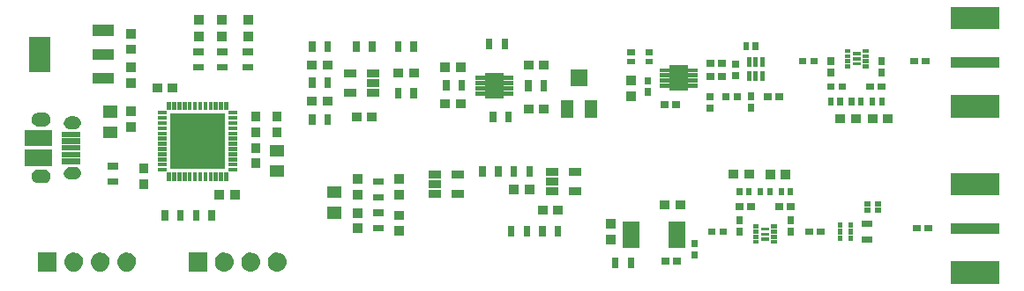
<source format=gts>
G04 #@! TF.FileFunction,Soldermask,Top*
%FSLAX46Y46*%
G04 Gerber Fmt 4.6, Leading zero omitted, Abs format (unit mm)*
G04 Created by KiCad (PCBNEW 4.0.5-e0-6337~49~ubuntu14.04.1) date Tue Feb 21 17:31:46 2017*
%MOMM*%
%LPD*%
G01*
G04 APERTURE LIST*
%ADD10C,0.100000*%
G04 APERTURE END LIST*
D10*
G36*
X211844000Y-91064000D02*
X207156000Y-91064000D01*
X207156000Y-88936000D01*
X211844000Y-88936000D01*
X211844000Y-91064000D01*
X211844000Y-91064000D01*
G37*
G36*
X123183735Y-88100238D02*
X123183748Y-88100242D01*
X123183785Y-88100246D01*
X123354189Y-88152995D01*
X123511102Y-88237838D01*
X123648548Y-88351542D01*
X123761290Y-88489778D01*
X123845035Y-88647280D01*
X123896593Y-88818048D01*
X123914000Y-88995578D01*
X123914000Y-89004422D01*
X123913911Y-89017183D01*
X123894027Y-89194453D01*
X123840090Y-89364485D01*
X123754154Y-89520802D01*
X123639492Y-89657450D01*
X123500473Y-89769225D01*
X123342390Y-89851868D01*
X123171267Y-89902233D01*
X123171233Y-89902236D01*
X123171220Y-89902240D01*
X122993621Y-89918403D01*
X122816265Y-89899762D01*
X122816252Y-89899758D01*
X122816215Y-89899754D01*
X122645811Y-89847005D01*
X122488898Y-89762162D01*
X122351452Y-89648458D01*
X122238710Y-89510222D01*
X122154965Y-89352720D01*
X122103407Y-89181952D01*
X122086000Y-89004422D01*
X122086000Y-88995578D01*
X122086089Y-88982817D01*
X122105973Y-88805547D01*
X122159910Y-88635515D01*
X122245846Y-88479198D01*
X122360508Y-88342550D01*
X122499527Y-88230775D01*
X122657610Y-88148132D01*
X122828733Y-88097767D01*
X122828767Y-88097764D01*
X122828780Y-88097760D01*
X123006379Y-88081597D01*
X123183735Y-88100238D01*
X123183735Y-88100238D01*
G37*
G36*
X125723735Y-88100238D02*
X125723748Y-88100242D01*
X125723785Y-88100246D01*
X125894189Y-88152995D01*
X126051102Y-88237838D01*
X126188548Y-88351542D01*
X126301290Y-88489778D01*
X126385035Y-88647280D01*
X126436593Y-88818048D01*
X126454000Y-88995578D01*
X126454000Y-89004422D01*
X126453911Y-89017183D01*
X126434027Y-89194453D01*
X126380090Y-89364485D01*
X126294154Y-89520802D01*
X126179492Y-89657450D01*
X126040473Y-89769225D01*
X125882390Y-89851868D01*
X125711267Y-89902233D01*
X125711233Y-89902236D01*
X125711220Y-89902240D01*
X125533621Y-89918403D01*
X125356265Y-89899762D01*
X125356252Y-89899758D01*
X125356215Y-89899754D01*
X125185811Y-89847005D01*
X125028898Y-89762162D01*
X124891452Y-89648458D01*
X124778710Y-89510222D01*
X124694965Y-89352720D01*
X124643407Y-89181952D01*
X124626000Y-89004422D01*
X124626000Y-88995578D01*
X124626089Y-88982817D01*
X124645973Y-88805547D01*
X124699910Y-88635515D01*
X124785846Y-88479198D01*
X124900508Y-88342550D01*
X125039527Y-88230775D01*
X125197610Y-88148132D01*
X125368733Y-88097767D01*
X125368767Y-88097764D01*
X125368780Y-88097760D01*
X125546379Y-88081597D01*
X125723735Y-88100238D01*
X125723735Y-88100238D01*
G37*
G36*
X137643735Y-88100238D02*
X137643748Y-88100242D01*
X137643785Y-88100246D01*
X137814189Y-88152995D01*
X137971102Y-88237838D01*
X138108548Y-88351542D01*
X138221290Y-88489778D01*
X138305035Y-88647280D01*
X138356593Y-88818048D01*
X138374000Y-88995578D01*
X138374000Y-89004422D01*
X138373911Y-89017183D01*
X138354027Y-89194453D01*
X138300090Y-89364485D01*
X138214154Y-89520802D01*
X138099492Y-89657450D01*
X137960473Y-89769225D01*
X137802390Y-89851868D01*
X137631267Y-89902233D01*
X137631233Y-89902236D01*
X137631220Y-89902240D01*
X137453621Y-89918403D01*
X137276265Y-89899762D01*
X137276252Y-89899758D01*
X137276215Y-89899754D01*
X137105811Y-89847005D01*
X136948898Y-89762162D01*
X136811452Y-89648458D01*
X136698710Y-89510222D01*
X136614965Y-89352720D01*
X136563407Y-89181952D01*
X136546000Y-89004422D01*
X136546000Y-88995578D01*
X136546089Y-88982817D01*
X136565973Y-88805547D01*
X136619910Y-88635515D01*
X136705846Y-88479198D01*
X136820508Y-88342550D01*
X136959527Y-88230775D01*
X137117610Y-88148132D01*
X137288733Y-88097767D01*
X137288767Y-88097764D01*
X137288780Y-88097760D01*
X137466379Y-88081597D01*
X137643735Y-88100238D01*
X137643735Y-88100238D01*
G37*
G36*
X140183735Y-88100238D02*
X140183748Y-88100242D01*
X140183785Y-88100246D01*
X140354189Y-88152995D01*
X140511102Y-88237838D01*
X140648548Y-88351542D01*
X140761290Y-88489778D01*
X140845035Y-88647280D01*
X140896593Y-88818048D01*
X140914000Y-88995578D01*
X140914000Y-89004422D01*
X140913911Y-89017183D01*
X140894027Y-89194453D01*
X140840090Y-89364485D01*
X140754154Y-89520802D01*
X140639492Y-89657450D01*
X140500473Y-89769225D01*
X140342390Y-89851868D01*
X140171267Y-89902233D01*
X140171233Y-89902236D01*
X140171220Y-89902240D01*
X139993621Y-89918403D01*
X139816265Y-89899762D01*
X139816252Y-89899758D01*
X139816215Y-89899754D01*
X139645811Y-89847005D01*
X139488898Y-89762162D01*
X139351452Y-89648458D01*
X139238710Y-89510222D01*
X139154965Y-89352720D01*
X139103407Y-89181952D01*
X139086000Y-89004422D01*
X139086000Y-88995578D01*
X139086089Y-88982817D01*
X139105973Y-88805547D01*
X139159910Y-88635515D01*
X139245846Y-88479198D01*
X139360508Y-88342550D01*
X139499527Y-88230775D01*
X139657610Y-88148132D01*
X139828733Y-88097767D01*
X139828767Y-88097764D01*
X139828780Y-88097760D01*
X140006379Y-88081597D01*
X140183735Y-88100238D01*
X140183735Y-88100238D01*
G37*
G36*
X128263735Y-88100238D02*
X128263748Y-88100242D01*
X128263785Y-88100246D01*
X128434189Y-88152995D01*
X128591102Y-88237838D01*
X128728548Y-88351542D01*
X128841290Y-88489778D01*
X128925035Y-88647280D01*
X128976593Y-88818048D01*
X128994000Y-88995578D01*
X128994000Y-89004422D01*
X128993911Y-89017183D01*
X128974027Y-89194453D01*
X128920090Y-89364485D01*
X128834154Y-89520802D01*
X128719492Y-89657450D01*
X128580473Y-89769225D01*
X128422390Y-89851868D01*
X128251267Y-89902233D01*
X128251233Y-89902236D01*
X128251220Y-89902240D01*
X128073621Y-89918403D01*
X127896265Y-89899762D01*
X127896252Y-89899758D01*
X127896215Y-89899754D01*
X127725811Y-89847005D01*
X127568898Y-89762162D01*
X127431452Y-89648458D01*
X127318710Y-89510222D01*
X127234965Y-89352720D01*
X127183407Y-89181952D01*
X127166000Y-89004422D01*
X127166000Y-88995578D01*
X127166089Y-88982817D01*
X127185973Y-88805547D01*
X127239910Y-88635515D01*
X127325846Y-88479198D01*
X127440508Y-88342550D01*
X127579527Y-88230775D01*
X127737610Y-88148132D01*
X127908733Y-88097767D01*
X127908767Y-88097764D01*
X127908780Y-88097760D01*
X128086379Y-88081597D01*
X128263735Y-88100238D01*
X128263735Y-88100238D01*
G37*
G36*
X142723735Y-88100238D02*
X142723748Y-88100242D01*
X142723785Y-88100246D01*
X142894189Y-88152995D01*
X143051102Y-88237838D01*
X143188548Y-88351542D01*
X143301290Y-88489778D01*
X143385035Y-88647280D01*
X143436593Y-88818048D01*
X143454000Y-88995578D01*
X143454000Y-89004422D01*
X143453911Y-89017183D01*
X143434027Y-89194453D01*
X143380090Y-89364485D01*
X143294154Y-89520802D01*
X143179492Y-89657450D01*
X143040473Y-89769225D01*
X142882390Y-89851868D01*
X142711267Y-89902233D01*
X142711233Y-89902236D01*
X142711220Y-89902240D01*
X142533621Y-89918403D01*
X142356265Y-89899762D01*
X142356252Y-89899758D01*
X142356215Y-89899754D01*
X142185811Y-89847005D01*
X142028898Y-89762162D01*
X141891452Y-89648458D01*
X141778710Y-89510222D01*
X141694965Y-89352720D01*
X141643407Y-89181952D01*
X141626000Y-89004422D01*
X141626000Y-88995578D01*
X141626089Y-88982817D01*
X141645973Y-88805547D01*
X141699910Y-88635515D01*
X141785846Y-88479198D01*
X141900508Y-88342550D01*
X142039527Y-88230775D01*
X142197610Y-88148132D01*
X142368733Y-88097767D01*
X142368767Y-88097764D01*
X142368780Y-88097760D01*
X142546379Y-88081597D01*
X142723735Y-88100238D01*
X142723735Y-88100238D01*
G37*
G36*
X121374000Y-89914000D02*
X119546000Y-89914000D01*
X119546000Y-88086000D01*
X121374000Y-88086000D01*
X121374000Y-89914000D01*
X121374000Y-89914000D01*
G37*
G36*
X135834000Y-89914000D02*
X134006000Y-89914000D01*
X134006000Y-88086000D01*
X135834000Y-88086000D01*
X135834000Y-89914000D01*
X135834000Y-89914000D01*
G37*
G36*
X176814000Y-89614000D02*
X176186000Y-89614000D01*
X176186000Y-88586000D01*
X176814000Y-88586000D01*
X176814000Y-89614000D01*
X176814000Y-89614000D01*
G37*
G36*
X175314000Y-89614000D02*
X174686000Y-89614000D01*
X174686000Y-88586000D01*
X175314000Y-88586000D01*
X175314000Y-89614000D01*
X175314000Y-89614000D01*
G37*
G36*
X181264000Y-89224000D02*
X180536000Y-89224000D01*
X180536000Y-88596000D01*
X181264000Y-88596000D01*
X181264000Y-89224000D01*
X181264000Y-89224000D01*
G37*
G36*
X180164000Y-89224000D02*
X179436000Y-89224000D01*
X179436000Y-88596000D01*
X180164000Y-88596000D01*
X180164000Y-89224000D01*
X180164000Y-89224000D01*
G37*
G36*
X182934000Y-88664000D02*
X182306000Y-88664000D01*
X182306000Y-87936000D01*
X182934000Y-87936000D01*
X182934000Y-88664000D01*
X182934000Y-88664000D01*
G37*
G36*
X181689000Y-87639000D02*
X180111000Y-87639000D01*
X180111000Y-85111000D01*
X181689000Y-85111000D01*
X181689000Y-87639000D01*
X181689000Y-87639000D01*
G37*
G36*
X177289000Y-87639000D02*
X175711000Y-87639000D01*
X175711000Y-85111000D01*
X177289000Y-85111000D01*
X177289000Y-87639000D01*
X177289000Y-87639000D01*
G37*
G36*
X182934000Y-87564000D02*
X182306000Y-87564000D01*
X182306000Y-86836000D01*
X182934000Y-86836000D01*
X182934000Y-87564000D01*
X182934000Y-87564000D01*
G37*
G36*
X175009000Y-87264000D02*
X174131000Y-87264000D01*
X174131000Y-86336000D01*
X175009000Y-86336000D01*
X175009000Y-87264000D01*
X175009000Y-87264000D01*
G37*
G36*
X188774000Y-87249000D02*
X188196000Y-87249000D01*
X188196000Y-86871000D01*
X188774000Y-86871000D01*
X188774000Y-87249000D01*
X188774000Y-87249000D01*
G37*
G36*
X190524000Y-87249000D02*
X189946000Y-87249000D01*
X189946000Y-86871000D01*
X190524000Y-86871000D01*
X190524000Y-87249000D01*
X190524000Y-87249000D01*
G37*
G36*
X199674000Y-87144000D02*
X198646000Y-87144000D01*
X198646000Y-86516000D01*
X199674000Y-86516000D01*
X199674000Y-87144000D01*
X199674000Y-87144000D01*
G37*
G36*
X196799000Y-86999000D02*
X196341000Y-86999000D01*
X196341000Y-86461000D01*
X196799000Y-86461000D01*
X196799000Y-86999000D01*
X196799000Y-86999000D01*
G37*
G36*
X197799000Y-86999000D02*
X197341000Y-86999000D01*
X197341000Y-86461000D01*
X197799000Y-86461000D01*
X197799000Y-86999000D01*
X197799000Y-86999000D01*
G37*
G36*
X189760100Y-86960100D02*
X188959900Y-86960100D01*
X188959900Y-86659900D01*
X189760100Y-86659900D01*
X189760100Y-86960100D01*
X189760100Y-86960100D01*
G37*
G36*
X190524000Y-86749000D02*
X189946000Y-86749000D01*
X189946000Y-86371000D01*
X190524000Y-86371000D01*
X190524000Y-86749000D01*
X190524000Y-86749000D01*
G37*
G36*
X188774000Y-86749000D02*
X188196000Y-86749000D01*
X188196000Y-86371000D01*
X188774000Y-86371000D01*
X188774000Y-86749000D01*
X188774000Y-86749000D01*
G37*
G36*
X165314000Y-86514000D02*
X164686000Y-86514000D01*
X164686000Y-85486000D01*
X165314000Y-85486000D01*
X165314000Y-86514000D01*
X165314000Y-86514000D01*
G37*
G36*
X168314000Y-86514000D02*
X167686000Y-86514000D01*
X167686000Y-85486000D01*
X168314000Y-85486000D01*
X168314000Y-86514000D01*
X168314000Y-86514000D01*
G37*
G36*
X169814000Y-86514000D02*
X169186000Y-86514000D01*
X169186000Y-85486000D01*
X169814000Y-85486000D01*
X169814000Y-86514000D01*
X169814000Y-86514000D01*
G37*
G36*
X166814000Y-86514000D02*
X166186000Y-86514000D01*
X166186000Y-85486000D01*
X166814000Y-85486000D01*
X166814000Y-86514000D01*
X166814000Y-86514000D01*
G37*
G36*
X154689000Y-86464000D02*
X153811000Y-86464000D01*
X153811000Y-85536000D01*
X154689000Y-85536000D01*
X154689000Y-86464000D01*
X154689000Y-86464000D01*
G37*
G36*
X189760100Y-86460100D02*
X188959900Y-86460100D01*
X188959900Y-86159900D01*
X189760100Y-86159900D01*
X189760100Y-86460100D01*
X189760100Y-86460100D01*
G37*
G36*
X187224000Y-86424000D02*
X186596000Y-86424000D01*
X186596000Y-85696000D01*
X187224000Y-85696000D01*
X187224000Y-86424000D01*
X187224000Y-86424000D01*
G37*
G36*
X192124000Y-86424000D02*
X191496000Y-86424000D01*
X191496000Y-85696000D01*
X192124000Y-85696000D01*
X192124000Y-86424000D01*
X192124000Y-86424000D01*
G37*
G36*
X185724000Y-86374000D02*
X184996000Y-86374000D01*
X184996000Y-85746000D01*
X185724000Y-85746000D01*
X185724000Y-86374000D01*
X185724000Y-86374000D01*
G37*
G36*
X195074000Y-86374000D02*
X194346000Y-86374000D01*
X194346000Y-85746000D01*
X195074000Y-85746000D01*
X195074000Y-86374000D01*
X195074000Y-86374000D01*
G37*
G36*
X184624000Y-86374000D02*
X183896000Y-86374000D01*
X183896000Y-85746000D01*
X184624000Y-85746000D01*
X184624000Y-86374000D01*
X184624000Y-86374000D01*
G37*
G36*
X193974000Y-86374000D02*
X193246000Y-86374000D01*
X193246000Y-85746000D01*
X193974000Y-85746000D01*
X193974000Y-86374000D01*
X193974000Y-86374000D01*
G37*
G36*
X197799000Y-86339000D02*
X197341000Y-86339000D01*
X197341000Y-85801000D01*
X197799000Y-85801000D01*
X197799000Y-86339000D01*
X197799000Y-86339000D01*
G37*
G36*
X196799000Y-86339000D02*
X196341000Y-86339000D01*
X196341000Y-85801000D01*
X196799000Y-85801000D01*
X196799000Y-86339000D01*
X196799000Y-86339000D01*
G37*
G36*
X190524000Y-86249000D02*
X189946000Y-86249000D01*
X189946000Y-85871000D01*
X190524000Y-85871000D01*
X190524000Y-86249000D01*
X190524000Y-86249000D01*
G37*
G36*
X188774000Y-86249000D02*
X188196000Y-86249000D01*
X188196000Y-85871000D01*
X188774000Y-85871000D01*
X188774000Y-86249000D01*
X188774000Y-86249000D01*
G37*
G36*
X211844000Y-86239000D02*
X207156000Y-86239000D01*
X207156000Y-85261000D01*
X211844000Y-85261000D01*
X211844000Y-86239000D01*
X211844000Y-86239000D01*
G37*
G36*
X150689000Y-86214000D02*
X149811000Y-86214000D01*
X149811000Y-85286000D01*
X150689000Y-85286000D01*
X150689000Y-86214000D01*
X150689000Y-86214000D01*
G37*
G36*
X205414000Y-86064000D02*
X204686000Y-86064000D01*
X204686000Y-85436000D01*
X205414000Y-85436000D01*
X205414000Y-86064000D01*
X205414000Y-86064000D01*
G37*
G36*
X204314000Y-86064000D02*
X203586000Y-86064000D01*
X203586000Y-85436000D01*
X204314000Y-85436000D01*
X204314000Y-86064000D01*
X204314000Y-86064000D01*
G37*
G36*
X152764000Y-86064000D02*
X151736000Y-86064000D01*
X151736000Y-85436000D01*
X152764000Y-85436000D01*
X152764000Y-86064000D01*
X152764000Y-86064000D01*
G37*
G36*
X189760100Y-85960100D02*
X188959900Y-85960100D01*
X188959900Y-85659900D01*
X189760100Y-85659900D01*
X189760100Y-85960100D01*
X189760100Y-85960100D01*
G37*
G36*
X175009000Y-85764000D02*
X174131000Y-85764000D01*
X174131000Y-84836000D01*
X175009000Y-84836000D01*
X175009000Y-85764000D01*
X175009000Y-85764000D01*
G37*
G36*
X190524000Y-85749000D02*
X189946000Y-85749000D01*
X189946000Y-85371000D01*
X190524000Y-85371000D01*
X190524000Y-85749000D01*
X190524000Y-85749000D01*
G37*
G36*
X188774000Y-85749000D02*
X188196000Y-85749000D01*
X188196000Y-85371000D01*
X188774000Y-85371000D01*
X188774000Y-85749000D01*
X188774000Y-85749000D01*
G37*
G36*
X196799000Y-85679000D02*
X196341000Y-85679000D01*
X196341000Y-85141000D01*
X196799000Y-85141000D01*
X196799000Y-85679000D01*
X196799000Y-85679000D01*
G37*
G36*
X197799000Y-85679000D02*
X197341000Y-85679000D01*
X197341000Y-85141000D01*
X197799000Y-85141000D01*
X197799000Y-85679000D01*
X197799000Y-85679000D01*
G37*
G36*
X199674000Y-85644000D02*
X198646000Y-85644000D01*
X198646000Y-85016000D01*
X199674000Y-85016000D01*
X199674000Y-85644000D01*
X199674000Y-85644000D01*
G37*
G36*
X187224000Y-85324000D02*
X186596000Y-85324000D01*
X186596000Y-84596000D01*
X187224000Y-84596000D01*
X187224000Y-85324000D01*
X187224000Y-85324000D01*
G37*
G36*
X192124000Y-85324000D02*
X191496000Y-85324000D01*
X191496000Y-84596000D01*
X192124000Y-84596000D01*
X192124000Y-85324000D01*
X192124000Y-85324000D01*
G37*
G36*
X133564000Y-85014000D02*
X132936000Y-85014000D01*
X132936000Y-83986000D01*
X133564000Y-83986000D01*
X133564000Y-85014000D01*
X133564000Y-85014000D01*
G37*
G36*
X135064000Y-85014000D02*
X134436000Y-85014000D01*
X134436000Y-83986000D01*
X135064000Y-83986000D01*
X135064000Y-85014000D01*
X135064000Y-85014000D01*
G37*
G36*
X136564000Y-85014000D02*
X135936000Y-85014000D01*
X135936000Y-83986000D01*
X136564000Y-83986000D01*
X136564000Y-85014000D01*
X136564000Y-85014000D01*
G37*
G36*
X132064000Y-85014000D02*
X131436000Y-85014000D01*
X131436000Y-83986000D01*
X132064000Y-83986000D01*
X132064000Y-85014000D01*
X132064000Y-85014000D01*
G37*
G36*
X154689000Y-84964000D02*
X153811000Y-84964000D01*
X153811000Y-84036000D01*
X154689000Y-84036000D01*
X154689000Y-84964000D01*
X154689000Y-84964000D01*
G37*
G36*
X148689000Y-84814000D02*
X147311000Y-84814000D01*
X147311000Y-83686000D01*
X148689000Y-83686000D01*
X148689000Y-84814000D01*
X148689000Y-84814000D01*
G37*
G36*
X150689000Y-84714000D02*
X149811000Y-84714000D01*
X149811000Y-83786000D01*
X150689000Y-83786000D01*
X150689000Y-84714000D01*
X150689000Y-84714000D01*
G37*
G36*
X152764000Y-84564000D02*
X151736000Y-84564000D01*
X151736000Y-83936000D01*
X152764000Y-83936000D01*
X152764000Y-84564000D01*
X152764000Y-84564000D01*
G37*
G36*
X168464000Y-84439000D02*
X167536000Y-84439000D01*
X167536000Y-83561000D01*
X168464000Y-83561000D01*
X168464000Y-84439000D01*
X168464000Y-84439000D01*
G37*
G36*
X169964000Y-84439000D02*
X169036000Y-84439000D01*
X169036000Y-83561000D01*
X169964000Y-83561000D01*
X169964000Y-84439000D01*
X169964000Y-84439000D01*
G37*
G36*
X199514000Y-84289000D02*
X198886000Y-84289000D01*
X198886000Y-83761000D01*
X199514000Y-83761000D01*
X199514000Y-84289000D01*
X199514000Y-84289000D01*
G37*
G36*
X200514000Y-84289000D02*
X199886000Y-84289000D01*
X199886000Y-83761000D01*
X200514000Y-83761000D01*
X200514000Y-84289000D01*
X200514000Y-84289000D01*
G37*
G36*
X188374000Y-83974000D02*
X187646000Y-83974000D01*
X187646000Y-83346000D01*
X188374000Y-83346000D01*
X188374000Y-83974000D01*
X188374000Y-83974000D01*
G37*
G36*
X187274000Y-83974000D02*
X186546000Y-83974000D01*
X186546000Y-83346000D01*
X187274000Y-83346000D01*
X187274000Y-83974000D01*
X187274000Y-83974000D01*
G37*
G36*
X192174000Y-83974000D02*
X191446000Y-83974000D01*
X191446000Y-83346000D01*
X192174000Y-83346000D01*
X192174000Y-83974000D01*
X192174000Y-83974000D01*
G37*
G36*
X191074000Y-83974000D02*
X190346000Y-83974000D01*
X190346000Y-83346000D01*
X191074000Y-83346000D01*
X191074000Y-83974000D01*
X191074000Y-83974000D01*
G37*
G36*
X181714000Y-83939000D02*
X180786000Y-83939000D01*
X180786000Y-83061000D01*
X181714000Y-83061000D01*
X181714000Y-83939000D01*
X181714000Y-83939000D01*
G37*
G36*
X180214000Y-83939000D02*
X179286000Y-83939000D01*
X179286000Y-83061000D01*
X180214000Y-83061000D01*
X180214000Y-83939000D01*
X180214000Y-83939000D01*
G37*
G36*
X200514000Y-83639000D02*
X199886000Y-83639000D01*
X199886000Y-83111000D01*
X200514000Y-83111000D01*
X200514000Y-83639000D01*
X200514000Y-83639000D01*
G37*
G36*
X199514000Y-83639000D02*
X198886000Y-83639000D01*
X198886000Y-83111000D01*
X199514000Y-83111000D01*
X199514000Y-83639000D01*
X199514000Y-83639000D01*
G37*
G36*
X152764000Y-83064000D02*
X151736000Y-83064000D01*
X151736000Y-82436000D01*
X152764000Y-82436000D01*
X152764000Y-83064000D01*
X152764000Y-83064000D01*
G37*
G36*
X150689000Y-82964000D02*
X149811000Y-82964000D01*
X149811000Y-82036000D01*
X150689000Y-82036000D01*
X150689000Y-82964000D01*
X150689000Y-82964000D01*
G37*
G36*
X154689000Y-82964000D02*
X153811000Y-82964000D01*
X153811000Y-82036000D01*
X154689000Y-82036000D01*
X154689000Y-82964000D01*
X154689000Y-82964000D01*
G37*
G36*
X138964000Y-82939000D02*
X138036000Y-82939000D01*
X138036000Y-82061000D01*
X138964000Y-82061000D01*
X138964000Y-82939000D01*
X138964000Y-82939000D01*
G37*
G36*
X137464000Y-82939000D02*
X136536000Y-82939000D01*
X136536000Y-82061000D01*
X137464000Y-82061000D01*
X137464000Y-82939000D01*
X137464000Y-82939000D01*
G37*
G36*
X160444000Y-82839000D02*
X159256000Y-82839000D01*
X159256000Y-82061000D01*
X160444000Y-82061000D01*
X160444000Y-82839000D01*
X160444000Y-82839000D01*
G37*
G36*
X158244000Y-82839000D02*
X157056000Y-82839000D01*
X157056000Y-82061000D01*
X158244000Y-82061000D01*
X158244000Y-82839000D01*
X158244000Y-82839000D01*
G37*
G36*
X148689000Y-82814000D02*
X147311000Y-82814000D01*
X147311000Y-81686000D01*
X148689000Y-81686000D01*
X148689000Y-82814000D01*
X148689000Y-82814000D01*
G37*
G36*
X169494000Y-82589000D02*
X168306000Y-82589000D01*
X168306000Y-81811000D01*
X169494000Y-81811000D01*
X169494000Y-82589000D01*
X169494000Y-82589000D01*
G37*
G36*
X171694000Y-82589000D02*
X170506000Y-82589000D01*
X170506000Y-81811000D01*
X171694000Y-81811000D01*
X171694000Y-82589000D01*
X171694000Y-82589000D01*
G37*
G36*
X191174000Y-82574000D02*
X190646000Y-82574000D01*
X190646000Y-81846000D01*
X191174000Y-81846000D01*
X191174000Y-82574000D01*
X191174000Y-82574000D01*
G37*
G36*
X187174000Y-82574000D02*
X186646000Y-82574000D01*
X186646000Y-81846000D01*
X187174000Y-81846000D01*
X187174000Y-82574000D01*
X187174000Y-82574000D01*
G37*
G36*
X188074000Y-82574000D02*
X187546000Y-82574000D01*
X187546000Y-81846000D01*
X188074000Y-81846000D01*
X188074000Y-82574000D01*
X188074000Y-82574000D01*
G37*
G36*
X189174000Y-82574000D02*
X188646000Y-82574000D01*
X188646000Y-81846000D01*
X189174000Y-81846000D01*
X189174000Y-82574000D01*
X189174000Y-82574000D01*
G37*
G36*
X190074000Y-82574000D02*
X189546000Y-82574000D01*
X189546000Y-81846000D01*
X190074000Y-81846000D01*
X190074000Y-82574000D01*
X190074000Y-82574000D01*
G37*
G36*
X192074000Y-82574000D02*
X191546000Y-82574000D01*
X191546000Y-81846000D01*
X192074000Y-81846000D01*
X192074000Y-82574000D01*
X192074000Y-82574000D01*
G37*
G36*
X211844000Y-82564000D02*
X207156000Y-82564000D01*
X207156000Y-80436000D01*
X211844000Y-80436000D01*
X211844000Y-82564000D01*
X211844000Y-82564000D01*
G37*
G36*
X165714000Y-82439000D02*
X164786000Y-82439000D01*
X164786000Y-81561000D01*
X165714000Y-81561000D01*
X165714000Y-82439000D01*
X165714000Y-82439000D01*
G37*
G36*
X167214000Y-82439000D02*
X166286000Y-82439000D01*
X166286000Y-81561000D01*
X167214000Y-81561000D01*
X167214000Y-82439000D01*
X167214000Y-82439000D01*
G37*
G36*
X130189000Y-81964000D02*
X129311000Y-81964000D01*
X129311000Y-81036000D01*
X130189000Y-81036000D01*
X130189000Y-81964000D01*
X130189000Y-81964000D01*
G37*
G36*
X158244000Y-81889000D02*
X157056000Y-81889000D01*
X157056000Y-81111000D01*
X158244000Y-81111000D01*
X158244000Y-81889000D01*
X158244000Y-81889000D01*
G37*
G36*
X169494000Y-81639000D02*
X168306000Y-81639000D01*
X168306000Y-80861000D01*
X169494000Y-80861000D01*
X169494000Y-81639000D01*
X169494000Y-81639000D01*
G37*
G36*
X127264000Y-81564000D02*
X126236000Y-81564000D01*
X126236000Y-80936000D01*
X127264000Y-80936000D01*
X127264000Y-81564000D01*
X127264000Y-81564000D01*
G37*
G36*
X152764000Y-81564000D02*
X151736000Y-81564000D01*
X151736000Y-80936000D01*
X152764000Y-80936000D01*
X152764000Y-81564000D01*
X152764000Y-81564000D01*
G37*
G36*
X154689000Y-81464000D02*
X153811000Y-81464000D01*
X153811000Y-80536000D01*
X154689000Y-80536000D01*
X154689000Y-81464000D01*
X154689000Y-81464000D01*
G37*
G36*
X150689000Y-81464000D02*
X149811000Y-81464000D01*
X149811000Y-80536000D01*
X150689000Y-80536000D01*
X150689000Y-81464000D01*
X150689000Y-81464000D01*
G37*
G36*
X120128412Y-80066028D02*
X120133693Y-80066065D01*
X120262475Y-80080510D01*
X120385999Y-80119694D01*
X120499560Y-80182125D01*
X120598832Y-80265424D01*
X120680034Y-80366418D01*
X120740072Y-80481261D01*
X120776661Y-80605579D01*
X120776664Y-80605613D01*
X120776668Y-80605626D01*
X120788409Y-80734634D01*
X120774868Y-80863466D01*
X120774864Y-80863479D01*
X120774860Y-80863516D01*
X120736539Y-80987310D01*
X120674903Y-81101304D01*
X120592299Y-81201155D01*
X120491874Y-81283060D01*
X120377453Y-81343899D01*
X120253394Y-81381354D01*
X120124422Y-81394000D01*
X119615545Y-81394000D01*
X119611588Y-81393972D01*
X119606307Y-81393935D01*
X119477525Y-81379490D01*
X119354001Y-81340306D01*
X119240440Y-81277875D01*
X119141168Y-81194576D01*
X119059966Y-81093582D01*
X118999928Y-80978739D01*
X118963339Y-80854421D01*
X118963336Y-80854387D01*
X118963332Y-80854374D01*
X118951591Y-80725366D01*
X118965132Y-80596534D01*
X118965136Y-80596521D01*
X118965140Y-80596484D01*
X119003461Y-80472690D01*
X119065097Y-80358696D01*
X119147701Y-80258845D01*
X119248126Y-80176940D01*
X119362547Y-80116101D01*
X119486606Y-80078646D01*
X119615578Y-80066000D01*
X120124455Y-80066000D01*
X120128412Y-80066028D01*
X120128412Y-80066028D01*
G37*
G36*
X132832750Y-81170250D02*
X132454750Y-81170250D01*
X132454750Y-80342250D01*
X132832750Y-80342250D01*
X132832750Y-81170250D01*
X132832750Y-81170250D01*
G37*
G36*
X136332750Y-81170250D02*
X135954750Y-81170250D01*
X135954750Y-80342250D01*
X136332750Y-80342250D01*
X136332750Y-81170250D01*
X136332750Y-81170250D01*
G37*
G36*
X133332750Y-81170250D02*
X132954750Y-81170250D01*
X132954750Y-80342250D01*
X133332750Y-80342250D01*
X133332750Y-81170250D01*
X133332750Y-81170250D01*
G37*
G36*
X133832750Y-81170250D02*
X133454750Y-81170250D01*
X133454750Y-80342250D01*
X133832750Y-80342250D01*
X133832750Y-81170250D01*
X133832750Y-81170250D01*
G37*
G36*
X134332750Y-81170250D02*
X133954750Y-81170250D01*
X133954750Y-80342250D01*
X134332750Y-80342250D01*
X134332750Y-81170250D01*
X134332750Y-81170250D01*
G37*
G36*
X134832750Y-81170250D02*
X134454750Y-81170250D01*
X134454750Y-80342250D01*
X134832750Y-80342250D01*
X134832750Y-81170250D01*
X134832750Y-81170250D01*
G37*
G36*
X135332750Y-81170250D02*
X134954750Y-81170250D01*
X134954750Y-80342250D01*
X135332750Y-80342250D01*
X135332750Y-81170250D01*
X135332750Y-81170250D01*
G37*
G36*
X135832750Y-81170250D02*
X135454750Y-81170250D01*
X135454750Y-80342250D01*
X135832750Y-80342250D01*
X135832750Y-81170250D01*
X135832750Y-81170250D01*
G37*
G36*
X136832750Y-81170250D02*
X136454750Y-81170250D01*
X136454750Y-80342250D01*
X136832750Y-80342250D01*
X136832750Y-81170250D01*
X136832750Y-81170250D01*
G37*
G36*
X137332750Y-81170250D02*
X136954750Y-81170250D01*
X136954750Y-80342250D01*
X137332750Y-80342250D01*
X137332750Y-81170250D01*
X137332750Y-81170250D01*
G37*
G36*
X137832750Y-80345250D02*
X137832750Y-81170250D01*
X137454750Y-81170250D01*
X137454750Y-80342250D01*
X137829750Y-80342250D01*
X137833026Y-80341784D01*
X137832750Y-80345250D01*
X137832750Y-80345250D01*
G37*
G36*
X131957750Y-80342250D02*
X132332750Y-80342250D01*
X132332750Y-81170250D01*
X131954750Y-81170250D01*
X131954750Y-80345250D01*
X131954284Y-80341974D01*
X131957750Y-80342250D01*
X131957750Y-80342250D01*
G37*
G36*
X123077816Y-79806027D02*
X123082512Y-79806060D01*
X123201597Y-79819417D01*
X123315819Y-79855651D01*
X123420829Y-79913380D01*
X123512625Y-79990407D01*
X123587712Y-80083796D01*
X123643230Y-80189992D01*
X123677063Y-80304948D01*
X123677066Y-80304977D01*
X123677071Y-80304995D01*
X123687927Y-80424285D01*
X123675406Y-80543412D01*
X123675402Y-80543425D01*
X123675398Y-80543462D01*
X123639963Y-80657935D01*
X123582968Y-80763344D01*
X123506584Y-80855676D01*
X123413721Y-80931414D01*
X123307916Y-80987671D01*
X123193199Y-81022306D01*
X123073939Y-81034000D01*
X122666027Y-81034000D01*
X122662184Y-81033973D01*
X122657488Y-81033940D01*
X122538403Y-81020583D01*
X122424181Y-80984349D01*
X122319171Y-80926620D01*
X122227375Y-80849593D01*
X122152288Y-80756204D01*
X122096770Y-80650008D01*
X122062937Y-80535052D01*
X122062934Y-80535023D01*
X122062929Y-80535005D01*
X122052073Y-80415715D01*
X122064594Y-80296588D01*
X122064598Y-80296575D01*
X122064602Y-80296538D01*
X122100037Y-80182065D01*
X122157032Y-80076656D01*
X122233416Y-79984324D01*
X122326279Y-79908586D01*
X122432084Y-79852329D01*
X122546801Y-79817694D01*
X122666061Y-79806000D01*
X123073973Y-79806000D01*
X123077816Y-79806027D01*
X123077816Y-79806027D01*
G37*
G36*
X190314000Y-80989000D02*
X189386000Y-80989000D01*
X189386000Y-80111000D01*
X190314000Y-80111000D01*
X190314000Y-80989000D01*
X190314000Y-80989000D01*
G37*
G36*
X191814000Y-80989000D02*
X190886000Y-80989000D01*
X190886000Y-80111000D01*
X191814000Y-80111000D01*
X191814000Y-80989000D01*
X191814000Y-80989000D01*
G37*
G36*
X186774000Y-80949000D02*
X185846000Y-80949000D01*
X185846000Y-80071000D01*
X186774000Y-80071000D01*
X186774000Y-80949000D01*
X186774000Y-80949000D01*
G37*
G36*
X188274000Y-80949000D02*
X187346000Y-80949000D01*
X187346000Y-80071000D01*
X188274000Y-80071000D01*
X188274000Y-80949000D01*
X188274000Y-80949000D01*
G37*
G36*
X158244000Y-80939000D02*
X157056000Y-80939000D01*
X157056000Y-80161000D01*
X158244000Y-80161000D01*
X158244000Y-80939000D01*
X158244000Y-80939000D01*
G37*
G36*
X160444000Y-80939000D02*
X159256000Y-80939000D01*
X159256000Y-80161000D01*
X160444000Y-80161000D01*
X160444000Y-80939000D01*
X160444000Y-80939000D01*
G37*
G36*
X143189000Y-80814000D02*
X141811000Y-80814000D01*
X141811000Y-79686000D01*
X143189000Y-79686000D01*
X143189000Y-80814000D01*
X143189000Y-80814000D01*
G37*
G36*
X167064000Y-80764000D02*
X166436000Y-80764000D01*
X166436000Y-79736000D01*
X167064000Y-79736000D01*
X167064000Y-80764000D01*
X167064000Y-80764000D01*
G37*
G36*
X162564000Y-80764000D02*
X161936000Y-80764000D01*
X161936000Y-79736000D01*
X162564000Y-79736000D01*
X162564000Y-80764000D01*
X162564000Y-80764000D01*
G37*
G36*
X165564000Y-80764000D02*
X164936000Y-80764000D01*
X164936000Y-79736000D01*
X165564000Y-79736000D01*
X165564000Y-80764000D01*
X165564000Y-80764000D01*
G37*
G36*
X164064000Y-80764000D02*
X163436000Y-80764000D01*
X163436000Y-79736000D01*
X164064000Y-79736000D01*
X164064000Y-80764000D01*
X164064000Y-80764000D01*
G37*
G36*
X169494000Y-80689000D02*
X168306000Y-80689000D01*
X168306000Y-79911000D01*
X169494000Y-79911000D01*
X169494000Y-80689000D01*
X169494000Y-80689000D01*
G37*
G36*
X171694000Y-80689000D02*
X170506000Y-80689000D01*
X170506000Y-79911000D01*
X171694000Y-79911000D01*
X171694000Y-80689000D01*
X171694000Y-80689000D01*
G37*
G36*
X130189000Y-80464000D02*
X129311000Y-80464000D01*
X129311000Y-79536000D01*
X130189000Y-79536000D01*
X130189000Y-80464000D01*
X130189000Y-80464000D01*
G37*
G36*
X138707750Y-80295250D02*
X137882750Y-80295250D01*
X137879474Y-80295716D01*
X137879750Y-80292250D01*
X137879750Y-79917250D01*
X138707750Y-79917250D01*
X138707750Y-80295250D01*
X138707750Y-80295250D01*
G37*
G36*
X131907750Y-80292250D02*
X131908216Y-80295526D01*
X131904750Y-80295250D01*
X131079750Y-80295250D01*
X131079750Y-79917250D01*
X131907750Y-79917250D01*
X131907750Y-80292250D01*
X131907750Y-80292250D01*
G37*
G36*
X127264000Y-80064000D02*
X126236000Y-80064000D01*
X126236000Y-79436000D01*
X127264000Y-79436000D01*
X127264000Y-80064000D01*
X127264000Y-80064000D01*
G37*
G36*
X137532750Y-79995250D02*
X132254750Y-79995250D01*
X132254750Y-74717250D01*
X137532750Y-74717250D01*
X137532750Y-79995250D01*
X137532750Y-79995250D01*
G37*
G36*
X140939000Y-79964000D02*
X140061000Y-79964000D01*
X140061000Y-79036000D01*
X140939000Y-79036000D01*
X140939000Y-79964000D01*
X140939000Y-79964000D01*
G37*
G36*
X138707750Y-79795250D02*
X137879750Y-79795250D01*
X137879750Y-79417250D01*
X138707750Y-79417250D01*
X138707750Y-79795250D01*
X138707750Y-79795250D01*
G37*
G36*
X131907750Y-79795250D02*
X131079750Y-79795250D01*
X131079750Y-79417250D01*
X131907750Y-79417250D01*
X131907750Y-79795250D01*
X131907750Y-79795250D01*
G37*
G36*
X120944000Y-79739000D02*
X118316000Y-79739000D01*
X118316000Y-78181000D01*
X120944000Y-78181000D01*
X120944000Y-79739000D01*
X120944000Y-79739000D01*
G37*
G36*
X123639000Y-79564000D02*
X121861000Y-79564000D01*
X121861000Y-79036000D01*
X123639000Y-79036000D01*
X123639000Y-79564000D01*
X123639000Y-79564000D01*
G37*
G36*
X138707750Y-79295250D02*
X137879750Y-79295250D01*
X137879750Y-78917250D01*
X138707750Y-78917250D01*
X138707750Y-79295250D01*
X138707750Y-79295250D01*
G37*
G36*
X131907750Y-79295250D02*
X131079750Y-79295250D01*
X131079750Y-78917250D01*
X131907750Y-78917250D01*
X131907750Y-79295250D01*
X131907750Y-79295250D01*
G37*
G36*
X123639000Y-78914000D02*
X121861000Y-78914000D01*
X121861000Y-78386000D01*
X123639000Y-78386000D01*
X123639000Y-78914000D01*
X123639000Y-78914000D01*
G37*
G36*
X143189000Y-78814000D02*
X141811000Y-78814000D01*
X141811000Y-77686000D01*
X143189000Y-77686000D01*
X143189000Y-78814000D01*
X143189000Y-78814000D01*
G37*
G36*
X138707750Y-78795250D02*
X137879750Y-78795250D01*
X137879750Y-78417250D01*
X138707750Y-78417250D01*
X138707750Y-78795250D01*
X138707750Y-78795250D01*
G37*
G36*
X131907750Y-78795250D02*
X131079750Y-78795250D01*
X131079750Y-78417250D01*
X131907750Y-78417250D01*
X131907750Y-78795250D01*
X131907750Y-78795250D01*
G37*
G36*
X140939000Y-78464000D02*
X140061000Y-78464000D01*
X140061000Y-77536000D01*
X140939000Y-77536000D01*
X140939000Y-78464000D01*
X140939000Y-78464000D01*
G37*
G36*
X138707750Y-78295250D02*
X137879750Y-78295250D01*
X137879750Y-77917250D01*
X138707750Y-77917250D01*
X138707750Y-78295250D01*
X138707750Y-78295250D01*
G37*
G36*
X131907750Y-78295250D02*
X131079750Y-78295250D01*
X131079750Y-77917250D01*
X131907750Y-77917250D01*
X131907750Y-78295250D01*
X131907750Y-78295250D01*
G37*
G36*
X123639000Y-78264000D02*
X121861000Y-78264000D01*
X121861000Y-77736000D01*
X123639000Y-77736000D01*
X123639000Y-78264000D01*
X123639000Y-78264000D01*
G37*
G36*
X120944000Y-77819000D02*
X118316000Y-77819000D01*
X118316000Y-76261000D01*
X120944000Y-76261000D01*
X120944000Y-77819000D01*
X120944000Y-77819000D01*
G37*
G36*
X138707750Y-77795250D02*
X137879750Y-77795250D01*
X137879750Y-77417250D01*
X138707750Y-77417250D01*
X138707750Y-77795250D01*
X138707750Y-77795250D01*
G37*
G36*
X131907750Y-77795250D02*
X131079750Y-77795250D01*
X131079750Y-77417250D01*
X131907750Y-77417250D01*
X131907750Y-77795250D01*
X131907750Y-77795250D01*
G37*
G36*
X123639000Y-77614000D02*
X121861000Y-77614000D01*
X121861000Y-77086000D01*
X123639000Y-77086000D01*
X123639000Y-77614000D01*
X123639000Y-77614000D01*
G37*
G36*
X131907750Y-77295250D02*
X131079750Y-77295250D01*
X131079750Y-76917250D01*
X131907750Y-76917250D01*
X131907750Y-77295250D01*
X131907750Y-77295250D01*
G37*
G36*
X138707750Y-77295250D02*
X137879750Y-77295250D01*
X137879750Y-76917250D01*
X138707750Y-76917250D01*
X138707750Y-77295250D01*
X138707750Y-77295250D01*
G37*
G36*
X127189000Y-77064000D02*
X125811000Y-77064000D01*
X125811000Y-75936000D01*
X127189000Y-75936000D01*
X127189000Y-77064000D01*
X127189000Y-77064000D01*
G37*
G36*
X142939000Y-76964000D02*
X142061000Y-76964000D01*
X142061000Y-76036000D01*
X142939000Y-76036000D01*
X142939000Y-76964000D01*
X142939000Y-76964000D01*
G37*
G36*
X123639000Y-76964000D02*
X121861000Y-76964000D01*
X121861000Y-76436000D01*
X123639000Y-76436000D01*
X123639000Y-76964000D01*
X123639000Y-76964000D01*
G37*
G36*
X140939000Y-76964000D02*
X140061000Y-76964000D01*
X140061000Y-76036000D01*
X140939000Y-76036000D01*
X140939000Y-76964000D01*
X140939000Y-76964000D01*
G37*
G36*
X138707750Y-76795250D02*
X137879750Y-76795250D01*
X137879750Y-76417250D01*
X138707750Y-76417250D01*
X138707750Y-76795250D01*
X138707750Y-76795250D01*
G37*
G36*
X131907750Y-76795250D02*
X131079750Y-76795250D01*
X131079750Y-76417250D01*
X131907750Y-76417250D01*
X131907750Y-76795250D01*
X131907750Y-76795250D01*
G37*
G36*
X128939000Y-76464000D02*
X128061000Y-76464000D01*
X128061000Y-75536000D01*
X128939000Y-75536000D01*
X128939000Y-76464000D01*
X128939000Y-76464000D01*
G37*
G36*
X138707750Y-76295250D02*
X137879750Y-76295250D01*
X137879750Y-75917250D01*
X138707750Y-75917250D01*
X138707750Y-76295250D01*
X138707750Y-76295250D01*
G37*
G36*
X131907750Y-76295250D02*
X131079750Y-76295250D01*
X131079750Y-75917250D01*
X131907750Y-75917250D01*
X131907750Y-76295250D01*
X131907750Y-76295250D01*
G37*
G36*
X123077816Y-74966027D02*
X123082512Y-74966060D01*
X123201597Y-74979417D01*
X123315819Y-75015651D01*
X123420829Y-75073380D01*
X123512625Y-75150407D01*
X123587712Y-75243796D01*
X123643230Y-75349992D01*
X123677063Y-75464948D01*
X123677066Y-75464977D01*
X123677071Y-75464995D01*
X123687927Y-75584285D01*
X123675406Y-75703412D01*
X123675402Y-75703425D01*
X123675398Y-75703462D01*
X123639963Y-75817935D01*
X123582968Y-75923344D01*
X123506584Y-76015676D01*
X123413721Y-76091414D01*
X123307916Y-76147671D01*
X123193199Y-76182306D01*
X123073939Y-76194000D01*
X122666027Y-76194000D01*
X122662184Y-76193973D01*
X122657488Y-76193940D01*
X122538403Y-76180583D01*
X122424181Y-76144349D01*
X122319171Y-76086620D01*
X122227375Y-76009593D01*
X122152288Y-75916204D01*
X122096770Y-75810008D01*
X122062937Y-75695052D01*
X122062934Y-75695023D01*
X122062929Y-75695005D01*
X122052073Y-75575715D01*
X122064594Y-75456588D01*
X122064598Y-75456575D01*
X122064602Y-75456538D01*
X122100037Y-75342065D01*
X122157032Y-75236656D01*
X122233416Y-75144324D01*
X122326279Y-75068586D01*
X122432084Y-75012329D01*
X122546801Y-74977694D01*
X122666061Y-74966000D01*
X123073973Y-74966000D01*
X123077816Y-74966027D01*
X123077816Y-74966027D01*
G37*
G36*
X120128412Y-74606028D02*
X120133693Y-74606065D01*
X120262475Y-74620510D01*
X120385999Y-74659694D01*
X120499560Y-74722125D01*
X120598832Y-74805424D01*
X120680034Y-74906418D01*
X120740072Y-75021261D01*
X120776661Y-75145579D01*
X120776664Y-75145613D01*
X120776668Y-75145626D01*
X120788409Y-75274634D01*
X120774868Y-75403466D01*
X120774864Y-75403479D01*
X120774860Y-75403516D01*
X120736539Y-75527310D01*
X120674903Y-75641304D01*
X120592299Y-75741155D01*
X120491874Y-75823060D01*
X120377453Y-75883899D01*
X120253394Y-75921354D01*
X120124422Y-75934000D01*
X119615545Y-75934000D01*
X119611588Y-75933972D01*
X119606307Y-75933935D01*
X119477525Y-75919490D01*
X119354001Y-75880306D01*
X119240440Y-75817875D01*
X119141168Y-75734576D01*
X119059966Y-75633582D01*
X118999928Y-75518739D01*
X118963339Y-75394421D01*
X118963336Y-75394387D01*
X118963332Y-75394374D01*
X118951591Y-75265366D01*
X118965132Y-75136534D01*
X118965136Y-75136521D01*
X118965140Y-75136484D01*
X119003461Y-75012690D01*
X119065097Y-74898696D01*
X119147701Y-74798845D01*
X119248126Y-74716940D01*
X119362547Y-74656101D01*
X119486606Y-74618646D01*
X119615578Y-74606000D01*
X120124455Y-74606000D01*
X120128412Y-74606028D01*
X120128412Y-74606028D01*
G37*
G36*
X138707750Y-75795250D02*
X137879750Y-75795250D01*
X137879750Y-75417250D01*
X138707750Y-75417250D01*
X138707750Y-75795250D01*
X138707750Y-75795250D01*
G37*
G36*
X131907750Y-75795250D02*
X131079750Y-75795250D01*
X131079750Y-75417250D01*
X131907750Y-75417250D01*
X131907750Y-75795250D01*
X131907750Y-75795250D01*
G37*
G36*
X146208730Y-75764000D02*
X145580730Y-75764000D01*
X145580730Y-74736000D01*
X146208730Y-74736000D01*
X146208730Y-75764000D01*
X146208730Y-75764000D01*
G37*
G36*
X147708730Y-75764000D02*
X147080730Y-75764000D01*
X147080730Y-74736000D01*
X147708730Y-74736000D01*
X147708730Y-75764000D01*
X147708730Y-75764000D01*
G37*
G36*
X197033779Y-75650867D02*
X196105779Y-75650867D01*
X196105779Y-74772867D01*
X197033779Y-74772867D01*
X197033779Y-75650867D01*
X197033779Y-75650867D01*
G37*
G36*
X198533779Y-75650867D02*
X197605779Y-75650867D01*
X197605779Y-74772867D01*
X198533779Y-74772867D01*
X198533779Y-75650867D01*
X198533779Y-75650867D01*
G37*
G36*
X200133779Y-75650867D02*
X199205779Y-75650867D01*
X199205779Y-74772867D01*
X200133779Y-74772867D01*
X200133779Y-75650867D01*
X200133779Y-75650867D01*
G37*
G36*
X201633779Y-75650867D02*
X200705779Y-75650867D01*
X200705779Y-74772867D01*
X201633779Y-74772867D01*
X201633779Y-75650867D01*
X201633779Y-75650867D01*
G37*
G36*
X163564000Y-75514000D02*
X162936000Y-75514000D01*
X162936000Y-74486000D01*
X163564000Y-74486000D01*
X163564000Y-75514000D01*
X163564000Y-75514000D01*
G37*
G36*
X165064000Y-75514000D02*
X164436000Y-75514000D01*
X164436000Y-74486000D01*
X165064000Y-74486000D01*
X165064000Y-75514000D01*
X165064000Y-75514000D01*
G37*
G36*
X142939000Y-75464000D02*
X142061000Y-75464000D01*
X142061000Y-74536000D01*
X142939000Y-74536000D01*
X142939000Y-75464000D01*
X142939000Y-75464000D01*
G37*
G36*
X140939000Y-75464000D02*
X140061000Y-75464000D01*
X140061000Y-74536000D01*
X140939000Y-74536000D01*
X140939000Y-75464000D01*
X140939000Y-75464000D01*
G37*
G36*
X150608730Y-75451828D02*
X149680730Y-75451828D01*
X149680730Y-74573828D01*
X150608730Y-74573828D01*
X150608730Y-75451828D01*
X150608730Y-75451828D01*
G37*
G36*
X152108730Y-75451828D02*
X151180730Y-75451828D01*
X151180730Y-74573828D01*
X152108730Y-74573828D01*
X152108730Y-75451828D01*
X152108730Y-75451828D01*
G37*
G36*
X131907750Y-75295250D02*
X131079750Y-75295250D01*
X131079750Y-74917250D01*
X131907750Y-74917250D01*
X131907750Y-75295250D01*
X131907750Y-75295250D01*
G37*
G36*
X138707750Y-75295250D02*
X137879750Y-75295250D01*
X137879750Y-74917250D01*
X138707750Y-74917250D01*
X138707750Y-75295250D01*
X138707750Y-75295250D01*
G37*
G36*
X127189000Y-75064000D02*
X125811000Y-75064000D01*
X125811000Y-73936000D01*
X127189000Y-73936000D01*
X127189000Y-75064000D01*
X127189000Y-75064000D01*
G37*
G36*
X211844000Y-75064000D02*
X207156000Y-75064000D01*
X207156000Y-72936000D01*
X211844000Y-72936000D01*
X211844000Y-75064000D01*
X211844000Y-75064000D01*
G37*
G36*
X170954000Y-75064000D02*
X169736000Y-75064000D01*
X169736000Y-73436000D01*
X170954000Y-73436000D01*
X170954000Y-75064000D01*
X170954000Y-75064000D01*
G37*
G36*
X173264000Y-75064000D02*
X172046000Y-75064000D01*
X172046000Y-73436000D01*
X173264000Y-73436000D01*
X173264000Y-75064000D01*
X173264000Y-75064000D01*
G37*
G36*
X128939000Y-74964000D02*
X128061000Y-74964000D01*
X128061000Y-74036000D01*
X128939000Y-74036000D01*
X128939000Y-74964000D01*
X128939000Y-74964000D01*
G37*
G36*
X131907750Y-74420250D02*
X131907750Y-74795250D01*
X131079750Y-74795250D01*
X131079750Y-74417250D01*
X131904750Y-74417250D01*
X131908026Y-74416784D01*
X131907750Y-74420250D01*
X131907750Y-74420250D01*
G37*
G36*
X137882750Y-74417250D02*
X138707750Y-74417250D01*
X138707750Y-74795250D01*
X137879750Y-74795250D01*
X137879750Y-74420250D01*
X137879284Y-74416974D01*
X137882750Y-74417250D01*
X137882750Y-74417250D01*
G37*
G36*
X168608730Y-74701828D02*
X167680730Y-74701828D01*
X167680730Y-73823828D01*
X168608730Y-73823828D01*
X168608730Y-74701828D01*
X168608730Y-74701828D01*
G37*
G36*
X167108730Y-74701828D02*
X166180730Y-74701828D01*
X166180730Y-73823828D01*
X167108730Y-73823828D01*
X167108730Y-74701828D01*
X167108730Y-74701828D01*
G37*
G36*
X184401416Y-74524846D02*
X183773416Y-74524846D01*
X183773416Y-73796846D01*
X184401416Y-73796846D01*
X184401416Y-74524846D01*
X184401416Y-74524846D01*
G37*
G36*
X188341416Y-74514000D02*
X187713416Y-74514000D01*
X187713416Y-73786000D01*
X188341416Y-73786000D01*
X188341416Y-74514000D01*
X188341416Y-74514000D01*
G37*
G36*
X132332750Y-74370250D02*
X131957750Y-74370250D01*
X131954474Y-74370716D01*
X131954750Y-74367250D01*
X131954750Y-73542250D01*
X132332750Y-73542250D01*
X132332750Y-74370250D01*
X132332750Y-74370250D01*
G37*
G36*
X137832750Y-74367250D02*
X137833216Y-74370526D01*
X137829750Y-74370250D01*
X137454750Y-74370250D01*
X137454750Y-73542250D01*
X137832750Y-73542250D01*
X137832750Y-74367250D01*
X137832750Y-74367250D01*
G37*
G36*
X133332750Y-74370250D02*
X132954750Y-74370250D01*
X132954750Y-73542250D01*
X133332750Y-73542250D01*
X133332750Y-74370250D01*
X133332750Y-74370250D01*
G37*
G36*
X137332750Y-74370250D02*
X136954750Y-74370250D01*
X136954750Y-73542250D01*
X137332750Y-73542250D01*
X137332750Y-74370250D01*
X137332750Y-74370250D01*
G37*
G36*
X136832750Y-74370250D02*
X136454750Y-74370250D01*
X136454750Y-73542250D01*
X136832750Y-73542250D01*
X136832750Y-74370250D01*
X136832750Y-74370250D01*
G37*
G36*
X136332750Y-74370250D02*
X135954750Y-74370250D01*
X135954750Y-73542250D01*
X136332750Y-73542250D01*
X136332750Y-74370250D01*
X136332750Y-74370250D01*
G37*
G36*
X135832750Y-74370250D02*
X135454750Y-74370250D01*
X135454750Y-73542250D01*
X135832750Y-73542250D01*
X135832750Y-74370250D01*
X135832750Y-74370250D01*
G37*
G36*
X134832750Y-74370250D02*
X134454750Y-74370250D01*
X134454750Y-73542250D01*
X134832750Y-73542250D01*
X134832750Y-74370250D01*
X134832750Y-74370250D01*
G37*
G36*
X135332750Y-74370250D02*
X134954750Y-74370250D01*
X134954750Y-73542250D01*
X135332750Y-73542250D01*
X135332750Y-74370250D01*
X135332750Y-74370250D01*
G37*
G36*
X133832750Y-74370250D02*
X133454750Y-74370250D01*
X133454750Y-73542250D01*
X133832750Y-73542250D01*
X133832750Y-74370250D01*
X133832750Y-74370250D01*
G37*
G36*
X132832750Y-74370250D02*
X132454750Y-74370250D01*
X132454750Y-73542250D01*
X132832750Y-73542250D01*
X132832750Y-74370250D01*
X132832750Y-74370250D01*
G37*
G36*
X134332750Y-74370250D02*
X133954750Y-74370250D01*
X133954750Y-73542250D01*
X134332750Y-73542250D01*
X134332750Y-74370250D01*
X134332750Y-74370250D01*
G37*
G36*
X160608730Y-74189000D02*
X159680730Y-74189000D01*
X159680730Y-73311000D01*
X160608730Y-73311000D01*
X160608730Y-74189000D01*
X160608730Y-74189000D01*
G37*
G36*
X159108730Y-74189000D02*
X158180730Y-74189000D01*
X158180730Y-73311000D01*
X159108730Y-73311000D01*
X159108730Y-74189000D01*
X159108730Y-74189000D01*
G37*
G36*
X181161416Y-74164846D02*
X180433416Y-74164846D01*
X180433416Y-73536846D01*
X181161416Y-73536846D01*
X181161416Y-74164846D01*
X181161416Y-74164846D01*
G37*
G36*
X180061416Y-74164846D02*
X179333416Y-74164846D01*
X179333416Y-73536846D01*
X180061416Y-73536846D01*
X180061416Y-74164846D01*
X180061416Y-74164846D01*
G37*
G36*
X146358730Y-73939000D02*
X145430730Y-73939000D01*
X145430730Y-73061000D01*
X146358730Y-73061000D01*
X146358730Y-73939000D01*
X146358730Y-73939000D01*
G37*
G36*
X147858730Y-73939000D02*
X146930730Y-73939000D01*
X146930730Y-73061000D01*
X147858730Y-73061000D01*
X147858730Y-73939000D01*
X147858730Y-73939000D01*
G37*
G36*
X199933779Y-73875867D02*
X199405779Y-73875867D01*
X199405779Y-73147867D01*
X199933779Y-73147867D01*
X199933779Y-73875867D01*
X199933779Y-73875867D01*
G37*
G36*
X196833779Y-73875867D02*
X196305779Y-73875867D01*
X196305779Y-73147867D01*
X196833779Y-73147867D01*
X196833779Y-73875867D01*
X196833779Y-73875867D01*
G37*
G36*
X195933779Y-73875867D02*
X195405779Y-73875867D01*
X195405779Y-73147867D01*
X195933779Y-73147867D01*
X195933779Y-73875867D01*
X195933779Y-73875867D01*
G37*
G36*
X197933779Y-73875867D02*
X197405779Y-73875867D01*
X197405779Y-73147867D01*
X197933779Y-73147867D01*
X197933779Y-73875867D01*
X197933779Y-73875867D01*
G37*
G36*
X200833779Y-73875867D02*
X200305779Y-73875867D01*
X200305779Y-73147867D01*
X200833779Y-73147867D01*
X200833779Y-73875867D01*
X200833779Y-73875867D01*
G37*
G36*
X198833779Y-73875867D02*
X198305779Y-73875867D01*
X198305779Y-73147867D01*
X198833779Y-73147867D01*
X198833779Y-73875867D01*
X198833779Y-73875867D01*
G37*
G36*
X176946416Y-73494846D02*
X176068416Y-73494846D01*
X176068416Y-72566846D01*
X176946416Y-72566846D01*
X176946416Y-73494846D01*
X176946416Y-73494846D01*
G37*
G36*
X184401416Y-73424846D02*
X183773416Y-73424846D01*
X183773416Y-72696846D01*
X184401416Y-72696846D01*
X184401416Y-73424846D01*
X184401416Y-73424846D01*
G37*
G36*
X188341416Y-73414000D02*
X187713416Y-73414000D01*
X187713416Y-72686000D01*
X188341416Y-72686000D01*
X188341416Y-73414000D01*
X188341416Y-73414000D01*
G37*
G36*
X191091416Y-73384846D02*
X190363416Y-73384846D01*
X190363416Y-72756846D01*
X191091416Y-72756846D01*
X191091416Y-73384846D01*
X191091416Y-73384846D01*
G37*
G36*
X189991416Y-73384846D02*
X189263416Y-73384846D01*
X189263416Y-72756846D01*
X189991416Y-72756846D01*
X189991416Y-73384846D01*
X189991416Y-73384846D01*
G37*
G36*
X187081416Y-73374846D02*
X186353416Y-73374846D01*
X186353416Y-72746846D01*
X187081416Y-72746846D01*
X187081416Y-73374846D01*
X187081416Y-73374846D01*
G37*
G36*
X185981416Y-73374846D02*
X185253416Y-73374846D01*
X185253416Y-72746846D01*
X185981416Y-72746846D01*
X185981416Y-73374846D01*
X185981416Y-73374846D01*
G37*
G36*
X154458730Y-73276828D02*
X153830730Y-73276828D01*
X153830730Y-72248828D01*
X154458730Y-72248828D01*
X154458730Y-73276828D01*
X154458730Y-73276828D01*
G37*
G36*
X155958730Y-73276828D02*
X155330730Y-73276828D01*
X155330730Y-72248828D01*
X155958730Y-72248828D01*
X155958730Y-73276828D01*
X155958730Y-73276828D01*
G37*
G36*
X164288730Y-71023828D02*
X164290710Y-71037758D01*
X164296491Y-71050584D01*
X164305618Y-71061292D01*
X164317366Y-71069034D01*
X164330806Y-71073196D01*
X164338730Y-71073828D01*
X165208730Y-71073828D01*
X165208730Y-71451828D01*
X164338730Y-71451828D01*
X164324800Y-71453808D01*
X164311974Y-71459589D01*
X164301266Y-71468716D01*
X164293524Y-71480464D01*
X164289362Y-71493904D01*
X164288730Y-71501828D01*
X164288730Y-71523828D01*
X164290710Y-71537758D01*
X164296491Y-71550584D01*
X164305618Y-71561292D01*
X164317366Y-71569034D01*
X164330806Y-71573196D01*
X164338730Y-71573828D01*
X165208730Y-71573828D01*
X165208730Y-71951828D01*
X164338730Y-71951828D01*
X164324800Y-71953808D01*
X164311974Y-71959589D01*
X164301266Y-71968716D01*
X164293524Y-71980464D01*
X164289362Y-71993904D01*
X164288730Y-72001828D01*
X164288730Y-72023828D01*
X164290710Y-72037758D01*
X164296491Y-72050584D01*
X164305618Y-72061292D01*
X164317366Y-72069034D01*
X164330806Y-72073196D01*
X164338730Y-72073828D01*
X165208730Y-72073828D01*
X165208730Y-72451828D01*
X164338730Y-72451828D01*
X164324800Y-72453808D01*
X164311974Y-72459589D01*
X164301266Y-72468716D01*
X164293524Y-72480464D01*
X164289362Y-72493904D01*
X164288730Y-72501828D01*
X164288730Y-72523828D01*
X164290710Y-72537758D01*
X164296491Y-72550584D01*
X164305618Y-72561292D01*
X164317366Y-72569034D01*
X164330806Y-72573196D01*
X164338730Y-72573828D01*
X165208730Y-72573828D01*
X165208730Y-72951828D01*
X164338730Y-72951828D01*
X164324800Y-72953808D01*
X164311974Y-72959589D01*
X164301266Y-72968716D01*
X164293524Y-72980464D01*
X164289362Y-72993904D01*
X164288730Y-73001828D01*
X164288730Y-73266828D01*
X162500730Y-73266828D01*
X162500730Y-73001828D01*
X162498750Y-72987898D01*
X162492969Y-72975072D01*
X162483842Y-72964364D01*
X162472094Y-72956622D01*
X162458654Y-72952460D01*
X162450730Y-72951828D01*
X161580730Y-72951828D01*
X161580730Y-72573828D01*
X162450730Y-72573828D01*
X162464660Y-72571848D01*
X162477486Y-72566067D01*
X162488194Y-72556940D01*
X162495936Y-72545192D01*
X162500098Y-72531752D01*
X162500730Y-72523828D01*
X162500730Y-72501828D01*
X162498750Y-72487898D01*
X162492969Y-72475072D01*
X162483842Y-72464364D01*
X162472094Y-72456622D01*
X162458654Y-72452460D01*
X162450730Y-72451828D01*
X161580730Y-72451828D01*
X161580730Y-72073828D01*
X162450730Y-72073828D01*
X162464660Y-72071848D01*
X162477486Y-72066067D01*
X162488194Y-72056940D01*
X162495936Y-72045192D01*
X162500098Y-72031752D01*
X162500730Y-72023828D01*
X162500730Y-72001828D01*
X162498750Y-71987898D01*
X162492969Y-71975072D01*
X162483842Y-71964364D01*
X162472094Y-71956622D01*
X162458654Y-71952460D01*
X162450730Y-71951828D01*
X161580730Y-71951828D01*
X161580730Y-71573828D01*
X162450730Y-71573828D01*
X162464660Y-71571848D01*
X162477486Y-71566067D01*
X162488194Y-71556940D01*
X162495936Y-71545192D01*
X162500098Y-71531752D01*
X162500730Y-71523828D01*
X162500730Y-71501828D01*
X162498750Y-71487898D01*
X162492969Y-71475072D01*
X162483842Y-71464364D01*
X162472094Y-71456622D01*
X162458654Y-71452460D01*
X162450730Y-71451828D01*
X161580730Y-71451828D01*
X161580730Y-71073828D01*
X162450730Y-71073828D01*
X162464660Y-71071848D01*
X162477486Y-71066067D01*
X162488194Y-71056940D01*
X162495936Y-71045192D01*
X162500098Y-71031752D01*
X162500730Y-71023828D01*
X162500730Y-70758828D01*
X164288730Y-70758828D01*
X164288730Y-71023828D01*
X164288730Y-71023828D01*
G37*
G36*
X152338730Y-73101828D02*
X151150730Y-73101828D01*
X151150730Y-72323828D01*
X152338730Y-72323828D01*
X152338730Y-73101828D01*
X152338730Y-73101828D01*
G37*
G36*
X150138730Y-73101828D02*
X148950730Y-73101828D01*
X148950730Y-72323828D01*
X150138730Y-72323828D01*
X150138730Y-73101828D01*
X150138730Y-73101828D01*
G37*
G36*
X178441416Y-72994846D02*
X177813416Y-72994846D01*
X177813416Y-72266846D01*
X178441416Y-72266846D01*
X178441416Y-72994846D01*
X178441416Y-72994846D01*
G37*
G36*
X132964000Y-72689000D02*
X132036000Y-72689000D01*
X132036000Y-71811000D01*
X132964000Y-71811000D01*
X132964000Y-72689000D01*
X132964000Y-72689000D01*
G37*
G36*
X131464000Y-72689000D02*
X130536000Y-72689000D01*
X130536000Y-71811000D01*
X131464000Y-71811000D01*
X131464000Y-72689000D01*
X131464000Y-72689000D01*
G37*
G36*
X166958730Y-72526828D02*
X166330730Y-72526828D01*
X166330730Y-71498828D01*
X166958730Y-71498828D01*
X166958730Y-72526828D01*
X166958730Y-72526828D01*
G37*
G36*
X168458730Y-72526828D02*
X167830730Y-72526828D01*
X167830730Y-71498828D01*
X168458730Y-71498828D01*
X168458730Y-72526828D01*
X168458730Y-72526828D01*
G37*
G36*
X181986416Y-70276846D02*
X181988396Y-70290776D01*
X181994177Y-70303602D01*
X182003304Y-70314310D01*
X182015052Y-70322052D01*
X182028492Y-70326214D01*
X182036416Y-70326846D01*
X182906416Y-70326846D01*
X182906416Y-70704846D01*
X182036416Y-70704846D01*
X182022486Y-70706826D01*
X182009660Y-70712607D01*
X181998952Y-70721734D01*
X181991210Y-70733482D01*
X181987048Y-70746922D01*
X181986416Y-70754846D01*
X181986416Y-70776846D01*
X181988396Y-70790776D01*
X181994177Y-70803602D01*
X182003304Y-70814310D01*
X182015052Y-70822052D01*
X182028492Y-70826214D01*
X182036416Y-70826846D01*
X182906416Y-70826846D01*
X182906416Y-71204846D01*
X182036416Y-71204846D01*
X182022486Y-71206826D01*
X182009660Y-71212607D01*
X181998952Y-71221734D01*
X181991210Y-71233482D01*
X181987048Y-71246922D01*
X181986416Y-71254846D01*
X181986416Y-71276846D01*
X181988396Y-71290776D01*
X181994177Y-71303602D01*
X182003304Y-71314310D01*
X182015052Y-71322052D01*
X182028492Y-71326214D01*
X182036416Y-71326846D01*
X182906416Y-71326846D01*
X182906416Y-71704846D01*
X182036416Y-71704846D01*
X182022486Y-71706826D01*
X182009660Y-71712607D01*
X181998952Y-71721734D01*
X181991210Y-71733482D01*
X181987048Y-71746922D01*
X181986416Y-71754846D01*
X181986416Y-71776846D01*
X181988396Y-71790776D01*
X181994177Y-71803602D01*
X182003304Y-71814310D01*
X182015052Y-71822052D01*
X182028492Y-71826214D01*
X182036416Y-71826846D01*
X182906416Y-71826846D01*
X182906416Y-72204846D01*
X182036416Y-72204846D01*
X182022486Y-72206826D01*
X182009660Y-72212607D01*
X181998952Y-72221734D01*
X181991210Y-72233482D01*
X181987048Y-72246922D01*
X181986416Y-72254846D01*
X181986416Y-72519846D01*
X180198416Y-72519846D01*
X180198416Y-72254846D01*
X180196436Y-72240916D01*
X180190655Y-72228090D01*
X180181528Y-72217382D01*
X180169780Y-72209640D01*
X180156340Y-72205478D01*
X180148416Y-72204846D01*
X179278416Y-72204846D01*
X179278416Y-71826846D01*
X180148416Y-71826846D01*
X180162346Y-71824866D01*
X180175172Y-71819085D01*
X180185880Y-71809958D01*
X180193622Y-71798210D01*
X180197784Y-71784770D01*
X180198416Y-71776846D01*
X180198416Y-71754846D01*
X180196436Y-71740916D01*
X180190655Y-71728090D01*
X180181528Y-71717382D01*
X180169780Y-71709640D01*
X180156340Y-71705478D01*
X180148416Y-71704846D01*
X179278416Y-71704846D01*
X179278416Y-71326846D01*
X180148416Y-71326846D01*
X180162346Y-71324866D01*
X180175172Y-71319085D01*
X180185880Y-71309958D01*
X180193622Y-71298210D01*
X180197784Y-71284770D01*
X180198416Y-71276846D01*
X180198416Y-71254846D01*
X180196436Y-71240916D01*
X180190655Y-71228090D01*
X180181528Y-71217382D01*
X180169780Y-71209640D01*
X180156340Y-71205478D01*
X180148416Y-71204846D01*
X179278416Y-71204846D01*
X179278416Y-70826846D01*
X180148416Y-70826846D01*
X180162346Y-70824866D01*
X180175172Y-70819085D01*
X180185880Y-70809958D01*
X180193622Y-70798210D01*
X180197784Y-70784770D01*
X180198416Y-70776846D01*
X180198416Y-70754846D01*
X180196436Y-70740916D01*
X180190655Y-70728090D01*
X180181528Y-70717382D01*
X180169780Y-70709640D01*
X180156340Y-70705478D01*
X180148416Y-70704846D01*
X179278416Y-70704846D01*
X179278416Y-70326846D01*
X180148416Y-70326846D01*
X180162346Y-70324866D01*
X180175172Y-70319085D01*
X180185880Y-70309958D01*
X180193622Y-70298210D01*
X180197784Y-70284770D01*
X180198416Y-70276846D01*
X180198416Y-70011846D01*
X181986416Y-70011846D01*
X181986416Y-70276846D01*
X181986416Y-70276846D01*
G37*
G36*
X160564000Y-72514000D02*
X159936000Y-72514000D01*
X159936000Y-71486000D01*
X160564000Y-71486000D01*
X160564000Y-72514000D01*
X160564000Y-72514000D01*
G37*
G36*
X159064000Y-72514000D02*
X158436000Y-72514000D01*
X158436000Y-71486000D01*
X159064000Y-71486000D01*
X159064000Y-72514000D01*
X159064000Y-72514000D01*
G37*
G36*
X199833779Y-72425867D02*
X199105779Y-72425867D01*
X199105779Y-71797867D01*
X199833779Y-71797867D01*
X199833779Y-72425867D01*
X199833779Y-72425867D01*
G37*
G36*
X196033779Y-72425867D02*
X195305779Y-72425867D01*
X195305779Y-71797867D01*
X196033779Y-71797867D01*
X196033779Y-72425867D01*
X196033779Y-72425867D01*
G37*
G36*
X197133779Y-72425867D02*
X196405779Y-72425867D01*
X196405779Y-71797867D01*
X197133779Y-71797867D01*
X197133779Y-72425867D01*
X197133779Y-72425867D01*
G37*
G36*
X200933779Y-72425867D02*
X200205779Y-72425867D01*
X200205779Y-71797867D01*
X200933779Y-71797867D01*
X200933779Y-72425867D01*
X200933779Y-72425867D01*
G37*
G36*
X147708730Y-72264000D02*
X147080730Y-72264000D01*
X147080730Y-71236000D01*
X147708730Y-71236000D01*
X147708730Y-72264000D01*
X147708730Y-72264000D01*
G37*
G36*
X146208730Y-72264000D02*
X145580730Y-72264000D01*
X145580730Y-71236000D01*
X146208730Y-71236000D01*
X146208730Y-72264000D01*
X146208730Y-72264000D01*
G37*
G36*
X128939000Y-72214000D02*
X128061000Y-72214000D01*
X128061000Y-71286000D01*
X128939000Y-71286000D01*
X128939000Y-72214000D01*
X128939000Y-72214000D01*
G37*
G36*
X152338730Y-72151828D02*
X151150730Y-72151828D01*
X151150730Y-71373828D01*
X152338730Y-71373828D01*
X152338730Y-72151828D01*
X152338730Y-72151828D01*
G37*
G36*
X172314000Y-72064000D02*
X170686000Y-72064000D01*
X170686000Y-70436000D01*
X172314000Y-70436000D01*
X172314000Y-72064000D01*
X172314000Y-72064000D01*
G37*
G36*
X176946416Y-71994846D02*
X176068416Y-71994846D01*
X176068416Y-71066846D01*
X176946416Y-71066846D01*
X176946416Y-71994846D01*
X176946416Y-71994846D01*
G37*
G36*
X178441416Y-71894846D02*
X177813416Y-71894846D01*
X177813416Y-71166846D01*
X178441416Y-71166846D01*
X178441416Y-71894846D01*
X178441416Y-71894846D01*
G37*
G36*
X126814000Y-71839000D02*
X124786000Y-71839000D01*
X124786000Y-70761000D01*
X126814000Y-70761000D01*
X126814000Y-71839000D01*
X126814000Y-71839000D01*
G37*
G36*
X188041416Y-71514846D02*
X187613416Y-71514846D01*
X187613416Y-70586846D01*
X188041416Y-70586846D01*
X188041416Y-71514846D01*
X188041416Y-71514846D01*
G37*
G36*
X188691416Y-71514846D02*
X188263416Y-71514846D01*
X188263416Y-70586846D01*
X188691416Y-70586846D01*
X188691416Y-71514846D01*
X188691416Y-71514846D01*
G37*
G36*
X189341416Y-71514846D02*
X188913416Y-71514846D01*
X188913416Y-70586846D01*
X189341416Y-70586846D01*
X189341416Y-71514846D01*
X189341416Y-71514846D01*
G37*
G36*
X184471416Y-71444846D02*
X183743416Y-71444846D01*
X183743416Y-70816846D01*
X184471416Y-70816846D01*
X184471416Y-71444846D01*
X184471416Y-71444846D01*
G37*
G36*
X185571416Y-71444846D02*
X184843416Y-71444846D01*
X184843416Y-70816846D01*
X185571416Y-70816846D01*
X185571416Y-71444846D01*
X185571416Y-71444846D01*
G37*
G36*
X186841416Y-71414846D02*
X186213416Y-71414846D01*
X186213416Y-70686846D01*
X186841416Y-70686846D01*
X186841416Y-71414846D01*
X186841416Y-71414846D01*
G37*
G36*
X156108730Y-71201828D02*
X155180730Y-71201828D01*
X155180730Y-70323828D01*
X156108730Y-70323828D01*
X156108730Y-71201828D01*
X156108730Y-71201828D01*
G37*
G36*
X154608730Y-71201828D02*
X153680730Y-71201828D01*
X153680730Y-70323828D01*
X154608730Y-70323828D01*
X154608730Y-71201828D01*
X154608730Y-71201828D01*
G37*
G36*
X152338730Y-71201828D02*
X151150730Y-71201828D01*
X151150730Y-70423828D01*
X152338730Y-70423828D01*
X152338730Y-71201828D01*
X152338730Y-71201828D01*
G37*
G36*
X150138730Y-71201828D02*
X148950730Y-71201828D01*
X148950730Y-70423828D01*
X150138730Y-70423828D01*
X150138730Y-71201828D01*
X150138730Y-71201828D01*
G37*
G36*
X200883779Y-71125867D02*
X200255779Y-71125867D01*
X200255779Y-70397867D01*
X200883779Y-70397867D01*
X200883779Y-71125867D01*
X200883779Y-71125867D01*
G37*
G36*
X195983779Y-71125867D02*
X195355779Y-71125867D01*
X195355779Y-70397867D01*
X195983779Y-70397867D01*
X195983779Y-71125867D01*
X195983779Y-71125867D01*
G37*
G36*
X128939000Y-70714000D02*
X128061000Y-70714000D01*
X128061000Y-69786000D01*
X128939000Y-69786000D01*
X128939000Y-70714000D01*
X128939000Y-70714000D01*
G37*
G36*
X160608730Y-70689000D02*
X159680730Y-70689000D01*
X159680730Y-69811000D01*
X160608730Y-69811000D01*
X160608730Y-70689000D01*
X160608730Y-70689000D01*
G37*
G36*
X159108730Y-70689000D02*
X158180730Y-70689000D01*
X158180730Y-69811000D01*
X159108730Y-69811000D01*
X159108730Y-70689000D01*
X159108730Y-70689000D01*
G37*
G36*
X120714000Y-70689000D02*
X118686000Y-70689000D01*
X118686000Y-67311000D01*
X120714000Y-67311000D01*
X120714000Y-70689000D01*
X120714000Y-70689000D01*
G37*
G36*
X140264000Y-70564000D02*
X139236000Y-70564000D01*
X139236000Y-69936000D01*
X140264000Y-69936000D01*
X140264000Y-70564000D01*
X140264000Y-70564000D01*
G37*
G36*
X135514000Y-70564000D02*
X134486000Y-70564000D01*
X134486000Y-69936000D01*
X135514000Y-69936000D01*
X135514000Y-70564000D01*
X135514000Y-70564000D01*
G37*
G36*
X137764000Y-70564000D02*
X136736000Y-70564000D01*
X136736000Y-69936000D01*
X137764000Y-69936000D01*
X137764000Y-70564000D01*
X137764000Y-70564000D01*
G37*
G36*
X167108730Y-70451828D02*
X166180730Y-70451828D01*
X166180730Y-69573828D01*
X167108730Y-69573828D01*
X167108730Y-70451828D01*
X167108730Y-70451828D01*
G37*
G36*
X168608730Y-70451828D02*
X167680730Y-70451828D01*
X167680730Y-69573828D01*
X168608730Y-69573828D01*
X168608730Y-70451828D01*
X168608730Y-70451828D01*
G37*
G36*
X146358730Y-70439000D02*
X145430730Y-70439000D01*
X145430730Y-69561000D01*
X146358730Y-69561000D01*
X146358730Y-70439000D01*
X146358730Y-70439000D01*
G37*
G36*
X147858730Y-70439000D02*
X146930730Y-70439000D01*
X146930730Y-69561000D01*
X147858730Y-69561000D01*
X147858730Y-70439000D01*
X147858730Y-70439000D01*
G37*
G36*
X197583779Y-70350867D02*
X197005779Y-70350867D01*
X197005779Y-69972867D01*
X197583779Y-69972867D01*
X197583779Y-70350867D01*
X197583779Y-70350867D01*
G37*
G36*
X199333779Y-70350867D02*
X198755779Y-70350867D01*
X198755779Y-69972867D01*
X199333779Y-69972867D01*
X199333779Y-70350867D01*
X199333779Y-70350867D01*
G37*
G36*
X186841416Y-70314846D02*
X186213416Y-70314846D01*
X186213416Y-69586846D01*
X186841416Y-69586846D01*
X186841416Y-70314846D01*
X186841416Y-70314846D01*
G37*
G36*
X211844000Y-70239000D02*
X207156000Y-70239000D01*
X207156000Y-69261000D01*
X211844000Y-69261000D01*
X211844000Y-70239000D01*
X211844000Y-70239000D01*
G37*
G36*
X189341416Y-70214846D02*
X188913416Y-70214846D01*
X188913416Y-69286846D01*
X189341416Y-69286846D01*
X189341416Y-70214846D01*
X189341416Y-70214846D01*
G37*
G36*
X188041416Y-70214846D02*
X187613416Y-70214846D01*
X187613416Y-69286846D01*
X188041416Y-69286846D01*
X188041416Y-70214846D01*
X188041416Y-70214846D01*
G37*
G36*
X188691416Y-70214846D02*
X188263416Y-70214846D01*
X188263416Y-69286846D01*
X188691416Y-69286846D01*
X188691416Y-70214846D01*
X188691416Y-70214846D01*
G37*
G36*
X185571416Y-70184846D02*
X184843416Y-70184846D01*
X184843416Y-69556846D01*
X185571416Y-69556846D01*
X185571416Y-70184846D01*
X185571416Y-70184846D01*
G37*
G36*
X184471416Y-70184846D02*
X183743416Y-70184846D01*
X183743416Y-69556846D01*
X184471416Y-69556846D01*
X184471416Y-70184846D01*
X184471416Y-70184846D01*
G37*
G36*
X198569879Y-70061967D02*
X197769679Y-70061967D01*
X197769679Y-69761767D01*
X198569879Y-69761767D01*
X198569879Y-70061967D01*
X198569879Y-70061967D01*
G37*
G36*
X200883779Y-70025867D02*
X200255779Y-70025867D01*
X200255779Y-69297867D01*
X200883779Y-69297867D01*
X200883779Y-70025867D01*
X200883779Y-70025867D01*
G37*
G36*
X195983779Y-70025867D02*
X195355779Y-70025867D01*
X195355779Y-69297867D01*
X195983779Y-69297867D01*
X195983779Y-70025867D01*
X195983779Y-70025867D01*
G37*
G36*
X205164000Y-69975867D02*
X204436000Y-69975867D01*
X204436000Y-69347867D01*
X205164000Y-69347867D01*
X205164000Y-69975867D01*
X205164000Y-69975867D01*
G37*
G36*
X204064000Y-69975867D02*
X203336000Y-69975867D01*
X203336000Y-69347867D01*
X204064000Y-69347867D01*
X204064000Y-69975867D01*
X204064000Y-69975867D01*
G37*
G36*
X194433779Y-69975867D02*
X193705779Y-69975867D01*
X193705779Y-69347867D01*
X194433779Y-69347867D01*
X194433779Y-69975867D01*
X194433779Y-69975867D01*
G37*
G36*
X193333779Y-69975867D02*
X192605779Y-69975867D01*
X192605779Y-69347867D01*
X193333779Y-69347867D01*
X193333779Y-69975867D01*
X193333779Y-69975867D01*
G37*
G36*
X178614000Y-69964000D02*
X177886000Y-69964000D01*
X177886000Y-69436000D01*
X178614000Y-69436000D01*
X178614000Y-69964000D01*
X178614000Y-69964000D01*
G37*
G36*
X176864000Y-69964000D02*
X176136000Y-69964000D01*
X176136000Y-69436000D01*
X176864000Y-69436000D01*
X176864000Y-69964000D01*
X176864000Y-69964000D01*
G37*
G36*
X199333779Y-69850867D02*
X198755779Y-69850867D01*
X198755779Y-69472867D01*
X199333779Y-69472867D01*
X199333779Y-69850867D01*
X199333779Y-69850867D01*
G37*
G36*
X197583779Y-69850867D02*
X197005779Y-69850867D01*
X197005779Y-69472867D01*
X197583779Y-69472867D01*
X197583779Y-69850867D01*
X197583779Y-69850867D01*
G37*
G36*
X198569879Y-69561967D02*
X197769679Y-69561967D01*
X197769679Y-69261767D01*
X198569879Y-69261767D01*
X198569879Y-69561967D01*
X198569879Y-69561967D01*
G37*
G36*
X126814000Y-69539000D02*
X124786000Y-69539000D01*
X124786000Y-68461000D01*
X126814000Y-68461000D01*
X126814000Y-69539000D01*
X126814000Y-69539000D01*
G37*
G36*
X197583779Y-69350867D02*
X197005779Y-69350867D01*
X197005779Y-68972867D01*
X197583779Y-68972867D01*
X197583779Y-69350867D01*
X197583779Y-69350867D01*
G37*
G36*
X199333779Y-69350867D02*
X198755779Y-69350867D01*
X198755779Y-68972867D01*
X199333779Y-68972867D01*
X199333779Y-69350867D01*
X199333779Y-69350867D01*
G37*
G36*
X137764000Y-69064000D02*
X136736000Y-69064000D01*
X136736000Y-68436000D01*
X137764000Y-68436000D01*
X137764000Y-69064000D01*
X137764000Y-69064000D01*
G37*
G36*
X178614000Y-69064000D02*
X177886000Y-69064000D01*
X177886000Y-68536000D01*
X178614000Y-68536000D01*
X178614000Y-69064000D01*
X178614000Y-69064000D01*
G37*
G36*
X140264000Y-69064000D02*
X139236000Y-69064000D01*
X139236000Y-68436000D01*
X140264000Y-68436000D01*
X140264000Y-69064000D01*
X140264000Y-69064000D01*
G37*
G36*
X135514000Y-69064000D02*
X134486000Y-69064000D01*
X134486000Y-68436000D01*
X135514000Y-68436000D01*
X135514000Y-69064000D01*
X135514000Y-69064000D01*
G37*
G36*
X176864000Y-69064000D02*
X176136000Y-69064000D01*
X176136000Y-68536000D01*
X176864000Y-68536000D01*
X176864000Y-69064000D01*
X176864000Y-69064000D01*
G37*
G36*
X198569879Y-69061967D02*
X197769679Y-69061967D01*
X197769679Y-68761767D01*
X198569879Y-68761767D01*
X198569879Y-69061967D01*
X198569879Y-69061967D01*
G37*
G36*
X128939000Y-68964000D02*
X128061000Y-68964000D01*
X128061000Y-68036000D01*
X128939000Y-68036000D01*
X128939000Y-68964000D01*
X128939000Y-68964000D01*
G37*
G36*
X199333779Y-68850867D02*
X198755779Y-68850867D01*
X198755779Y-68472867D01*
X199333779Y-68472867D01*
X199333779Y-68850867D01*
X199333779Y-68850867D01*
G37*
G36*
X197583779Y-68850867D02*
X197005779Y-68850867D01*
X197005779Y-68472867D01*
X197583779Y-68472867D01*
X197583779Y-68850867D01*
X197583779Y-68850867D01*
G37*
G36*
X154458730Y-68776828D02*
X153830730Y-68776828D01*
X153830730Y-67748828D01*
X154458730Y-67748828D01*
X154458730Y-68776828D01*
X154458730Y-68776828D01*
G37*
G36*
X155958730Y-68776828D02*
X155330730Y-68776828D01*
X155330730Y-67748828D01*
X155958730Y-67748828D01*
X155958730Y-68776828D01*
X155958730Y-68776828D01*
G37*
G36*
X151958730Y-68776828D02*
X151330730Y-68776828D01*
X151330730Y-67748828D01*
X151958730Y-67748828D01*
X151958730Y-68776828D01*
X151958730Y-68776828D01*
G37*
G36*
X150458730Y-68776828D02*
X149830730Y-68776828D01*
X149830730Y-67748828D01*
X150458730Y-67748828D01*
X150458730Y-68776828D01*
X150458730Y-68776828D01*
G37*
G36*
X147708730Y-68764000D02*
X147080730Y-68764000D01*
X147080730Y-67736000D01*
X147708730Y-67736000D01*
X147708730Y-68764000D01*
X147708730Y-68764000D01*
G37*
G36*
X146208730Y-68764000D02*
X145580730Y-68764000D01*
X145580730Y-67736000D01*
X146208730Y-67736000D01*
X146208730Y-68764000D01*
X146208730Y-68764000D01*
G37*
G36*
X187814000Y-68564000D02*
X187286000Y-68564000D01*
X187286000Y-67836000D01*
X187814000Y-67836000D01*
X187814000Y-68564000D01*
X187814000Y-68564000D01*
G37*
G36*
X188714000Y-68564000D02*
X188186000Y-68564000D01*
X188186000Y-67836000D01*
X188714000Y-67836000D01*
X188714000Y-68564000D01*
X188714000Y-68564000D01*
G37*
G36*
X163208730Y-68526828D02*
X162580730Y-68526828D01*
X162580730Y-67498828D01*
X163208730Y-67498828D01*
X163208730Y-68526828D01*
X163208730Y-68526828D01*
G37*
G36*
X164708730Y-68526828D02*
X164080730Y-68526828D01*
X164080730Y-67498828D01*
X164708730Y-67498828D01*
X164708730Y-68526828D01*
X164708730Y-68526828D01*
G37*
G36*
X135464000Y-67764000D02*
X134536000Y-67764000D01*
X134536000Y-66836000D01*
X135464000Y-66836000D01*
X135464000Y-67764000D01*
X135464000Y-67764000D01*
G37*
G36*
X140214000Y-67764000D02*
X139286000Y-67764000D01*
X139286000Y-66836000D01*
X140214000Y-66836000D01*
X140214000Y-67764000D01*
X140214000Y-67764000D01*
G37*
G36*
X137714000Y-67764000D02*
X136786000Y-67764000D01*
X136786000Y-66836000D01*
X137714000Y-66836000D01*
X137714000Y-67764000D01*
X137714000Y-67764000D01*
G37*
G36*
X128939000Y-67464000D02*
X128061000Y-67464000D01*
X128061000Y-66536000D01*
X128939000Y-66536000D01*
X128939000Y-67464000D01*
X128939000Y-67464000D01*
G37*
G36*
X126814000Y-67239000D02*
X124786000Y-67239000D01*
X124786000Y-66161000D01*
X126814000Y-66161000D01*
X126814000Y-67239000D01*
X126814000Y-67239000D01*
G37*
G36*
X211844000Y-66564000D02*
X207156000Y-66564000D01*
X207156000Y-64436000D01*
X211844000Y-64436000D01*
X211844000Y-66564000D01*
X211844000Y-66564000D01*
G37*
G36*
X135464000Y-66164000D02*
X134536000Y-66164000D01*
X134536000Y-65236000D01*
X135464000Y-65236000D01*
X135464000Y-66164000D01*
X135464000Y-66164000D01*
G37*
G36*
X137714000Y-66164000D02*
X136786000Y-66164000D01*
X136786000Y-65236000D01*
X137714000Y-65236000D01*
X137714000Y-66164000D01*
X137714000Y-66164000D01*
G37*
G36*
X140214000Y-66164000D02*
X139286000Y-66164000D01*
X139286000Y-65236000D01*
X140214000Y-65236000D01*
X140214000Y-66164000D01*
X140214000Y-66164000D01*
G37*
M02*

</source>
